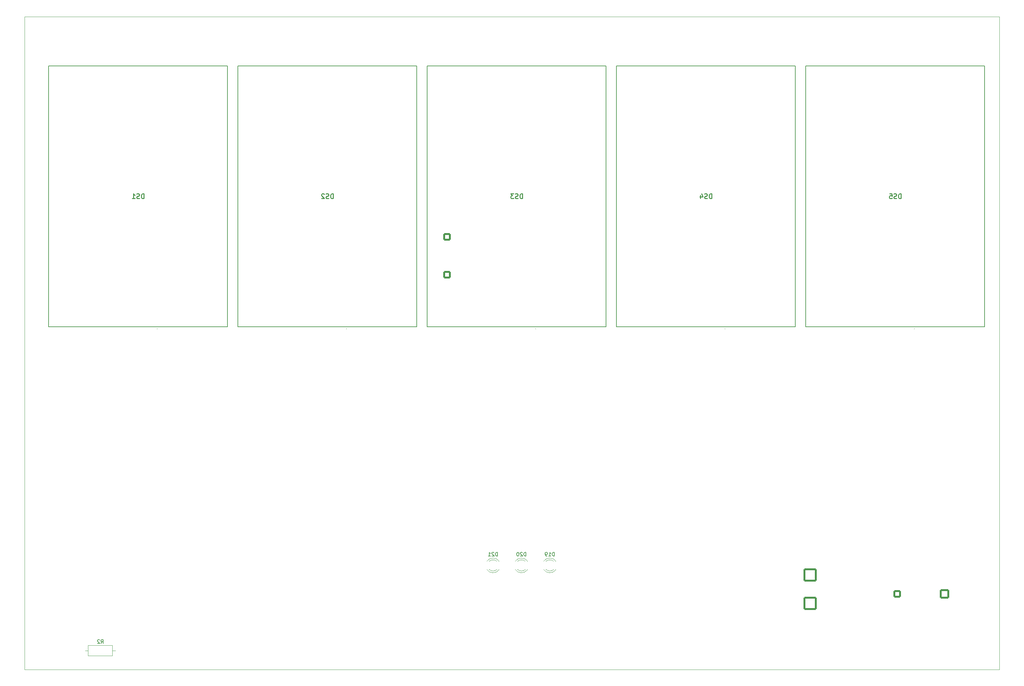
<source format=gbo>
G04 #@! TF.GenerationSoftware,KiCad,Pcbnew,(6.0.4)*
G04 #@! TF.CreationDate,2022-04-26T08:41:27+02:00*
G04 #@! TF.ProjectId,Kniffel_V1,4b6e6966-6665-46c5-9f56-312e6b696361,rev?*
G04 #@! TF.SameCoordinates,Original*
G04 #@! TF.FileFunction,Legend,Bot*
G04 #@! TF.FilePolarity,Positive*
%FSLAX46Y46*%
G04 Gerber Fmt 4.6, Leading zero omitted, Abs format (unit mm)*
G04 Created by KiCad (PCBNEW (6.0.4)) date 2022-04-26 08:41:27*
%MOMM*%
%LPD*%
G01*
G04 APERTURE LIST*
G04 Aperture macros list*
%AMRoundRect*
0 Rectangle with rounded corners*
0 $1 Rounding radius*
0 $2 $3 $4 $5 $6 $7 $8 $9 X,Y pos of 4 corners*
0 Add a 4 corners polygon primitive as box body*
4,1,4,$2,$3,$4,$5,$6,$7,$8,$9,$2,$3,0*
0 Add four circle primitives for the rounded corners*
1,1,$1+$1,$2,$3*
1,1,$1+$1,$4,$5*
1,1,$1+$1,$6,$7*
1,1,$1+$1,$8,$9*
0 Add four rect primitives between the rounded corners*
20,1,$1+$1,$2,$3,$4,$5,0*
20,1,$1+$1,$4,$5,$6,$7,0*
20,1,$1+$1,$6,$7,$8,$9,0*
20,1,$1+$1,$8,$9,$2,$3,0*%
G04 Aperture macros list end*
G04 #@! TA.AperFunction,Profile*
%ADD10C,0.100000*%
G04 #@! TD*
%ADD11C,0.150000*%
%ADD12C,0.254000*%
%ADD13C,0.120000*%
%ADD14C,0.100000*%
%ADD15C,0.200000*%
%ADD16C,1.600000*%
%ADD17O,1.600000X1.600000*%
%ADD18RoundRect,0.250002X-1.499998X-1.499998X1.499998X-1.499998X1.499998X1.499998X-1.499998X1.499998X0*%
%ADD19R,1.130000X1.130000*%
%ADD20C,1.130000*%
%ADD21RoundRect,0.250001X-0.799999X-0.799999X0.799999X-0.799999X0.799999X0.799999X-0.799999X0.799999X0*%
%ADD22C,2.100000*%
%ADD23R,2.400000X1.600000*%
%ADD24O,2.400000X1.600000*%
%ADD25R,2.200000X2.200000*%
%ADD26O,2.200000X2.200000*%
%ADD27R,1.600000X1.600000*%
%ADD28C,1.200000*%
%ADD29RoundRect,0.249999X-1.025001X-1.025001X1.025001X-1.025001X1.025001X1.025001X-1.025001X1.025001X0*%
%ADD30C,2.550000*%
%ADD31C,3.200000*%
%ADD32R,1.150000X1.150000*%
%ADD33C,1.150000*%
%ADD34R,1.500000X2.300000*%
%ADD35O,1.500000X2.300000*%
%ADD36R,1.275000X1.275000*%
%ADD37C,1.275000*%
%ADD38R,1.800000X1.800000*%
%ADD39C,1.800000*%
%ADD40R,1.500000X1.500000*%
%ADD41C,1.500000*%
G04 APERTURE END LIST*
D10*
X289560000Y-20320000D02*
X289560000Y-195580000D01*
X27940000Y-20320000D02*
X289560000Y-20320000D01*
X27940000Y-195580000D02*
X27940000Y-20320000D01*
X289560000Y-195580000D02*
X27940000Y-195580000D01*
X289560000Y-180340000D02*
X289560000Y-180340000D01*
D11*
X170124285Y-165132380D02*
X170124285Y-164132380D01*
X169886190Y-164132380D01*
X169743333Y-164180000D01*
X169648095Y-164275238D01*
X169600476Y-164370476D01*
X169552857Y-164560952D01*
X169552857Y-164703809D01*
X169600476Y-164894285D01*
X169648095Y-164989523D01*
X169743333Y-165084761D01*
X169886190Y-165132380D01*
X170124285Y-165132380D01*
X168600476Y-165132380D02*
X169171904Y-165132380D01*
X168886190Y-165132380D02*
X168886190Y-164132380D01*
X168981428Y-164275238D01*
X169076666Y-164370476D01*
X169171904Y-164418095D01*
X168124285Y-165132380D02*
X167933809Y-165132380D01*
X167838571Y-165084761D01*
X167790952Y-165037142D01*
X167695714Y-164894285D01*
X167648095Y-164703809D01*
X167648095Y-164322857D01*
X167695714Y-164227619D01*
X167743333Y-164180000D01*
X167838571Y-164132380D01*
X168029047Y-164132380D01*
X168124285Y-164180000D01*
X168171904Y-164227619D01*
X168219523Y-164322857D01*
X168219523Y-164560952D01*
X168171904Y-164656190D01*
X168124285Y-164703809D01*
X168029047Y-164751428D01*
X167838571Y-164751428D01*
X167743333Y-164703809D01*
X167695714Y-164656190D01*
X167648095Y-164560952D01*
X48426666Y-188582380D02*
X48760000Y-188106190D01*
X48998095Y-188582380D02*
X48998095Y-187582380D01*
X48617142Y-187582380D01*
X48521904Y-187630000D01*
X48474285Y-187677619D01*
X48426666Y-187772857D01*
X48426666Y-187915714D01*
X48474285Y-188010952D01*
X48521904Y-188058571D01*
X48617142Y-188106190D01*
X48998095Y-188106190D01*
X48045714Y-187677619D02*
X47998095Y-187630000D01*
X47902857Y-187582380D01*
X47664761Y-187582380D01*
X47569523Y-187630000D01*
X47521904Y-187677619D01*
X47474285Y-187772857D01*
X47474285Y-187868095D01*
X47521904Y-188010952D01*
X48093333Y-188582380D01*
X47474285Y-188582380D01*
X162504285Y-165132380D02*
X162504285Y-164132380D01*
X162266190Y-164132380D01*
X162123333Y-164180000D01*
X162028095Y-164275238D01*
X161980476Y-164370476D01*
X161932857Y-164560952D01*
X161932857Y-164703809D01*
X161980476Y-164894285D01*
X162028095Y-164989523D01*
X162123333Y-165084761D01*
X162266190Y-165132380D01*
X162504285Y-165132380D01*
X161551904Y-164227619D02*
X161504285Y-164180000D01*
X161409047Y-164132380D01*
X161170952Y-164132380D01*
X161075714Y-164180000D01*
X161028095Y-164227619D01*
X160980476Y-164322857D01*
X160980476Y-164418095D01*
X161028095Y-164560952D01*
X161599523Y-165132380D01*
X160980476Y-165132380D01*
X160361428Y-164132380D02*
X160266190Y-164132380D01*
X160170952Y-164180000D01*
X160123333Y-164227619D01*
X160075714Y-164322857D01*
X160028095Y-164513333D01*
X160028095Y-164751428D01*
X160075714Y-164941904D01*
X160123333Y-165037142D01*
X160170952Y-165084761D01*
X160266190Y-165132380D01*
X160361428Y-165132380D01*
X160456666Y-165084761D01*
X160504285Y-165037142D01*
X160551904Y-164941904D01*
X160599523Y-164751428D01*
X160599523Y-164513333D01*
X160551904Y-164322857D01*
X160504285Y-164227619D01*
X160456666Y-164180000D01*
X160361428Y-164132380D01*
D12*
X59962142Y-69154523D02*
X59962142Y-67884523D01*
X59659761Y-67884523D01*
X59478333Y-67945000D01*
X59357380Y-68065952D01*
X59296904Y-68186904D01*
X59236428Y-68428809D01*
X59236428Y-68610238D01*
X59296904Y-68852142D01*
X59357380Y-68973095D01*
X59478333Y-69094047D01*
X59659761Y-69154523D01*
X59962142Y-69154523D01*
X58752619Y-69094047D02*
X58571190Y-69154523D01*
X58268809Y-69154523D01*
X58147857Y-69094047D01*
X58087380Y-69033571D01*
X58026904Y-68912619D01*
X58026904Y-68791666D01*
X58087380Y-68670714D01*
X58147857Y-68610238D01*
X58268809Y-68549761D01*
X58510714Y-68489285D01*
X58631666Y-68428809D01*
X58692142Y-68368333D01*
X58752619Y-68247380D01*
X58752619Y-68126428D01*
X58692142Y-68005476D01*
X58631666Y-67945000D01*
X58510714Y-67884523D01*
X58208333Y-67884523D01*
X58026904Y-67945000D01*
X56817380Y-69154523D02*
X57543095Y-69154523D01*
X57180238Y-69154523D02*
X57180238Y-67884523D01*
X57301190Y-68065952D01*
X57422142Y-68186904D01*
X57543095Y-68247380D01*
D11*
X154884285Y-165132380D02*
X154884285Y-164132380D01*
X154646190Y-164132380D01*
X154503333Y-164180000D01*
X154408095Y-164275238D01*
X154360476Y-164370476D01*
X154312857Y-164560952D01*
X154312857Y-164703809D01*
X154360476Y-164894285D01*
X154408095Y-164989523D01*
X154503333Y-165084761D01*
X154646190Y-165132380D01*
X154884285Y-165132380D01*
X153931904Y-164227619D02*
X153884285Y-164180000D01*
X153789047Y-164132380D01*
X153550952Y-164132380D01*
X153455714Y-164180000D01*
X153408095Y-164227619D01*
X153360476Y-164322857D01*
X153360476Y-164418095D01*
X153408095Y-164560952D01*
X153979523Y-165132380D01*
X153360476Y-165132380D01*
X152408095Y-165132380D02*
X152979523Y-165132380D01*
X152693809Y-165132380D02*
X152693809Y-164132380D01*
X152789047Y-164275238D01*
X152884285Y-164370476D01*
X152979523Y-164418095D01*
D12*
X110762142Y-69154523D02*
X110762142Y-67884523D01*
X110459761Y-67884523D01*
X110278333Y-67945000D01*
X110157380Y-68065952D01*
X110096904Y-68186904D01*
X110036428Y-68428809D01*
X110036428Y-68610238D01*
X110096904Y-68852142D01*
X110157380Y-68973095D01*
X110278333Y-69094047D01*
X110459761Y-69154523D01*
X110762142Y-69154523D01*
X109552619Y-69094047D02*
X109371190Y-69154523D01*
X109068809Y-69154523D01*
X108947857Y-69094047D01*
X108887380Y-69033571D01*
X108826904Y-68912619D01*
X108826904Y-68791666D01*
X108887380Y-68670714D01*
X108947857Y-68610238D01*
X109068809Y-68549761D01*
X109310714Y-68489285D01*
X109431666Y-68428809D01*
X109492142Y-68368333D01*
X109552619Y-68247380D01*
X109552619Y-68126428D01*
X109492142Y-68005476D01*
X109431666Y-67945000D01*
X109310714Y-67884523D01*
X109008333Y-67884523D01*
X108826904Y-67945000D01*
X108343095Y-68005476D02*
X108282619Y-67945000D01*
X108161666Y-67884523D01*
X107859285Y-67884523D01*
X107738333Y-67945000D01*
X107677857Y-68005476D01*
X107617380Y-68126428D01*
X107617380Y-68247380D01*
X107677857Y-68428809D01*
X108403571Y-69154523D01*
X107617380Y-69154523D01*
X212362142Y-69154523D02*
X212362142Y-67884523D01*
X212059761Y-67884523D01*
X211878333Y-67945000D01*
X211757380Y-68065952D01*
X211696904Y-68186904D01*
X211636428Y-68428809D01*
X211636428Y-68610238D01*
X211696904Y-68852142D01*
X211757380Y-68973095D01*
X211878333Y-69094047D01*
X212059761Y-69154523D01*
X212362142Y-69154523D01*
X211152619Y-69094047D02*
X210971190Y-69154523D01*
X210668809Y-69154523D01*
X210547857Y-69094047D01*
X210487380Y-69033571D01*
X210426904Y-68912619D01*
X210426904Y-68791666D01*
X210487380Y-68670714D01*
X210547857Y-68610238D01*
X210668809Y-68549761D01*
X210910714Y-68489285D01*
X211031666Y-68428809D01*
X211092142Y-68368333D01*
X211152619Y-68247380D01*
X211152619Y-68126428D01*
X211092142Y-68005476D01*
X211031666Y-67945000D01*
X210910714Y-67884523D01*
X210608333Y-67884523D01*
X210426904Y-67945000D01*
X209338333Y-68307857D02*
X209338333Y-69154523D01*
X209640714Y-67824047D02*
X209943095Y-68731190D01*
X209156904Y-68731190D01*
X263162142Y-69154523D02*
X263162142Y-67884523D01*
X262859761Y-67884523D01*
X262678333Y-67945000D01*
X262557380Y-68065952D01*
X262496904Y-68186904D01*
X262436428Y-68428809D01*
X262436428Y-68610238D01*
X262496904Y-68852142D01*
X262557380Y-68973095D01*
X262678333Y-69094047D01*
X262859761Y-69154523D01*
X263162142Y-69154523D01*
X261952619Y-69094047D02*
X261771190Y-69154523D01*
X261468809Y-69154523D01*
X261347857Y-69094047D01*
X261287380Y-69033571D01*
X261226904Y-68912619D01*
X261226904Y-68791666D01*
X261287380Y-68670714D01*
X261347857Y-68610238D01*
X261468809Y-68549761D01*
X261710714Y-68489285D01*
X261831666Y-68428809D01*
X261892142Y-68368333D01*
X261952619Y-68247380D01*
X261952619Y-68126428D01*
X261892142Y-68005476D01*
X261831666Y-67945000D01*
X261710714Y-67884523D01*
X261408333Y-67884523D01*
X261226904Y-67945000D01*
X260077857Y-67884523D02*
X260682619Y-67884523D01*
X260743095Y-68489285D01*
X260682619Y-68428809D01*
X260561666Y-68368333D01*
X260259285Y-68368333D01*
X260138333Y-68428809D01*
X260077857Y-68489285D01*
X260017380Y-68610238D01*
X260017380Y-68912619D01*
X260077857Y-69033571D01*
X260138333Y-69094047D01*
X260259285Y-69154523D01*
X260561666Y-69154523D01*
X260682619Y-69094047D01*
X260743095Y-69033571D01*
X161562142Y-69154523D02*
X161562142Y-67884523D01*
X161259761Y-67884523D01*
X161078333Y-67945000D01*
X160957380Y-68065952D01*
X160896904Y-68186904D01*
X160836428Y-68428809D01*
X160836428Y-68610238D01*
X160896904Y-68852142D01*
X160957380Y-68973095D01*
X161078333Y-69094047D01*
X161259761Y-69154523D01*
X161562142Y-69154523D01*
X160352619Y-69094047D02*
X160171190Y-69154523D01*
X159868809Y-69154523D01*
X159747857Y-69094047D01*
X159687380Y-69033571D01*
X159626904Y-68912619D01*
X159626904Y-68791666D01*
X159687380Y-68670714D01*
X159747857Y-68610238D01*
X159868809Y-68549761D01*
X160110714Y-68489285D01*
X160231666Y-68428809D01*
X160292142Y-68368333D01*
X160352619Y-68247380D01*
X160352619Y-68126428D01*
X160292142Y-68005476D01*
X160231666Y-67945000D01*
X160110714Y-67884523D01*
X159808333Y-67884523D01*
X159626904Y-67945000D01*
X159203571Y-67884523D02*
X158417380Y-67884523D01*
X158840714Y-68368333D01*
X158659285Y-68368333D01*
X158538333Y-68428809D01*
X158477857Y-68489285D01*
X158417380Y-68610238D01*
X158417380Y-68912619D01*
X158477857Y-69033571D01*
X158538333Y-69094047D01*
X158659285Y-69154523D01*
X159022142Y-69154523D01*
X159143095Y-69094047D01*
X159203571Y-69033571D01*
D13*
X170470000Y-166404000D02*
X170470000Y-166560000D01*
X170470000Y-168720000D02*
X170470000Y-168876000D01*
X170470000Y-166404484D02*
G75*
G03*
X167237665Y-166561392I-1560000J-1235516D01*
G01*
X169950961Y-166560000D02*
G75*
G03*
X167868870Y-166560163I-1040961J-1080000D01*
G01*
X167237665Y-168718608D02*
G75*
G03*
X170470000Y-168875516I1672335J1078608D01*
G01*
X167868870Y-168719837D02*
G75*
G03*
X169950961Y-168720000I1041130J1079837D01*
G01*
X44990000Y-189130000D02*
X51530000Y-189130000D01*
X44990000Y-191870000D02*
X44990000Y-189130000D01*
X51530000Y-189130000D02*
X51530000Y-191870000D01*
X52300000Y-190500000D02*
X51530000Y-190500000D01*
X44220000Y-190500000D02*
X44990000Y-190500000D01*
X51530000Y-191870000D02*
X44990000Y-191870000D01*
X162850000Y-166404000D02*
X162850000Y-166560000D01*
X162850000Y-168720000D02*
X162850000Y-168876000D01*
X160248870Y-168719837D02*
G75*
G03*
X162330961Y-168720000I1041130J1079837D01*
G01*
X159617665Y-168718608D02*
G75*
G03*
X162850000Y-168875516I1672335J1078608D01*
G01*
X162850000Y-166404484D02*
G75*
G03*
X159617665Y-166561392I-1560000J-1235516D01*
G01*
X162330961Y-166560000D02*
G75*
G03*
X160248870Y-166560163I-1040961J-1080000D01*
G01*
D14*
X63500000Y-104030000D02*
X63500000Y-104030000D01*
D15*
X82420000Y-33580000D02*
X82420000Y-103580000D01*
X34420000Y-33580000D02*
X82420000Y-33580000D01*
X82420000Y-103580000D02*
X34420000Y-103580000D01*
X34420000Y-103580000D02*
X34420000Y-33580000D01*
D14*
X63500000Y-104130000D02*
X63500000Y-104130000D01*
X63500000Y-104130000D02*
G75*
G03*
X63500000Y-104030000I0J50000D01*
G01*
X63500000Y-104030000D02*
G75*
G03*
X63500000Y-104130000I0J-50000D01*
G01*
D13*
X155230000Y-166404000D02*
X155230000Y-166560000D01*
X155230000Y-168720000D02*
X155230000Y-168876000D01*
X154710961Y-166560000D02*
G75*
G03*
X152628870Y-166560163I-1040961J-1080000D01*
G01*
X155230000Y-166404484D02*
G75*
G03*
X151997665Y-166561392I-1560000J-1235516D01*
G01*
X152628870Y-168719837D02*
G75*
G03*
X154710961Y-168720000I1041130J1079837D01*
G01*
X151997665Y-168718608D02*
G75*
G03*
X155230000Y-168875516I1672335J1078608D01*
G01*
D15*
X85220000Y-103580000D02*
X85220000Y-33580000D01*
X85220000Y-33580000D02*
X133220000Y-33580000D01*
X133220000Y-33580000D02*
X133220000Y-103580000D01*
D14*
X114300000Y-104030000D02*
X114300000Y-104030000D01*
X114300000Y-104130000D02*
X114300000Y-104130000D01*
D15*
X133220000Y-103580000D02*
X85220000Y-103580000D01*
D14*
X114300000Y-104130000D02*
G75*
G03*
X114300000Y-104030000I0J50000D01*
G01*
X114300000Y-104030000D02*
G75*
G03*
X114300000Y-104130000I0J-50000D01*
G01*
X215900000Y-104030000D02*
X215900000Y-104030000D01*
D15*
X234820000Y-103580000D02*
X186820000Y-103580000D01*
X234820000Y-33580000D02*
X234820000Y-103580000D01*
X186820000Y-103580000D02*
X186820000Y-33580000D01*
X186820000Y-33580000D02*
X234820000Y-33580000D01*
D14*
X215900000Y-104130000D02*
X215900000Y-104130000D01*
X215900000Y-104130000D02*
G75*
G03*
X215900000Y-104030000I0J50000D01*
G01*
X215900000Y-104030000D02*
G75*
G03*
X215900000Y-104130000I0J-50000D01*
G01*
D15*
X285620000Y-103580000D02*
X237620000Y-103580000D01*
D14*
X266700000Y-104130000D02*
X266700000Y-104130000D01*
D15*
X285620000Y-33580000D02*
X285620000Y-103580000D01*
X237620000Y-33580000D02*
X285620000Y-33580000D01*
D14*
X266700000Y-104030000D02*
X266700000Y-104030000D01*
D15*
X237620000Y-103580000D02*
X237620000Y-33580000D01*
D14*
X266700000Y-104030000D02*
G75*
G03*
X266700000Y-104130000I0J-50000D01*
G01*
X266700000Y-104130000D02*
G75*
G03*
X266700000Y-104030000I0J50000D01*
G01*
D15*
X136020000Y-33580000D02*
X184020000Y-33580000D01*
X184020000Y-103580000D02*
X136020000Y-103580000D01*
X136020000Y-103580000D02*
X136020000Y-33580000D01*
X184020000Y-33580000D02*
X184020000Y-103580000D01*
D14*
X165100000Y-104030000D02*
X165100000Y-104030000D01*
X165100000Y-104130000D02*
X165100000Y-104130000D01*
X165100000Y-104130000D02*
G75*
G03*
X165100000Y-104030000I0J50000D01*
G01*
X165100000Y-104030000D02*
G75*
G03*
X165100000Y-104130000I0J-50000D01*
G01*
%LPC*%
D16*
X152155000Y-60370000D03*
D17*
X162315000Y-60370000D03*
D16*
X66650000Y-64050000D03*
D17*
X76810000Y-64050000D03*
D16*
X93980000Y-116840000D03*
D17*
X93980000Y-106680000D03*
D18*
X238760000Y-170180000D03*
D16*
X185420000Y-134620000D03*
D17*
X195580000Y-134620000D03*
D16*
X106680000Y-116840000D03*
D17*
X106680000Y-106680000D03*
D19*
X87470000Y-123190000D03*
D20*
X87470000Y-125730000D03*
X87470000Y-128270000D03*
X87470000Y-130810000D03*
X87470000Y-133350000D03*
X87470000Y-135890000D03*
X87470000Y-138430000D03*
X87470000Y-140970000D03*
X95410000Y-140970000D03*
X95410000Y-138430000D03*
X95410000Y-135890000D03*
X95410000Y-133350000D03*
X95410000Y-130810000D03*
X95410000Y-128270000D03*
X95410000Y-125730000D03*
X95410000Y-123190000D03*
D21*
X141305000Y-89570000D03*
D22*
X145905000Y-89570000D03*
D16*
X101600000Y-157480000D03*
D17*
X101600000Y-147320000D03*
D23*
X100315000Y-121930000D03*
D24*
X100315000Y-124470000D03*
X100315000Y-127010000D03*
X100315000Y-129550000D03*
X100315000Y-132090000D03*
X100315000Y-134630000D03*
X100315000Y-137170000D03*
X100315000Y-139710000D03*
X100315000Y-142250000D03*
X107935000Y-142250000D03*
X107935000Y-139710000D03*
X107935000Y-137170000D03*
X107935000Y-134630000D03*
X107935000Y-132090000D03*
X107935000Y-129550000D03*
X107935000Y-127010000D03*
X107935000Y-124470000D03*
X107935000Y-121930000D03*
D21*
X141305000Y-79410000D03*
D22*
X145905000Y-79410000D03*
D16*
X266700000Y-134620000D03*
D17*
X266700000Y-124460000D03*
D16*
X58420000Y-157480000D03*
D17*
X68580000Y-157480000D03*
D16*
X147320000Y-177800000D03*
D17*
X157480000Y-177800000D03*
D16*
X53340000Y-76200000D03*
D17*
X63500000Y-76200000D03*
D16*
X103895000Y-62430000D03*
D17*
X114055000Y-62430000D03*
D16*
X165100000Y-137160000D03*
D17*
X165100000Y-127000000D03*
D16*
X66040000Y-116840000D03*
D17*
X66040000Y-106680000D03*
D16*
X215900000Y-134620000D03*
D17*
X215900000Y-124460000D03*
D16*
X58420000Y-149860000D03*
D17*
X68580000Y-149860000D03*
D25*
X114300000Y-182880000D03*
D26*
X124460000Y-182880000D03*
D19*
X130810000Y-115730000D03*
D20*
X133350000Y-115730000D03*
X135890000Y-115730000D03*
X138430000Y-115730000D03*
X140970000Y-115730000D03*
X143510000Y-115730000D03*
X146050000Y-115730000D03*
X148590000Y-115730000D03*
X148590000Y-107790000D03*
X146050000Y-107790000D03*
X143510000Y-107790000D03*
X140970000Y-107790000D03*
X138430000Y-107790000D03*
X135890000Y-107790000D03*
X133350000Y-107790000D03*
X130810000Y-107790000D03*
D27*
X120660000Y-148600000D03*
D17*
X120660000Y-151140000D03*
X120660000Y-153680000D03*
X120660000Y-156220000D03*
X128280000Y-156220000D03*
X128280000Y-153680000D03*
X128280000Y-151140000D03*
X128280000Y-148600000D03*
D28*
X66040000Y-167640000D03*
X71040000Y-167640000D03*
D25*
X200660000Y-124460000D03*
D26*
X210820000Y-124460000D03*
D19*
X232410000Y-115730000D03*
D20*
X234950000Y-115730000D03*
X237490000Y-115730000D03*
X240030000Y-115730000D03*
X242570000Y-115730000D03*
X245110000Y-115730000D03*
X247650000Y-115730000D03*
X250190000Y-115730000D03*
X250190000Y-107790000D03*
X247650000Y-107790000D03*
X245110000Y-107790000D03*
X242570000Y-107790000D03*
X240030000Y-107790000D03*
X237490000Y-107790000D03*
X234950000Y-107790000D03*
X232410000Y-107790000D03*
D16*
X152155000Y-56320000D03*
D17*
X162315000Y-56320000D03*
D25*
X256540000Y-162560000D03*
D26*
X246380000Y-162560000D03*
D19*
X31590000Y-123190000D03*
D20*
X31590000Y-125730000D03*
X31590000Y-128270000D03*
X31590000Y-130810000D03*
X31590000Y-133350000D03*
X31590000Y-135890000D03*
X31590000Y-138430000D03*
X31590000Y-140970000D03*
X39530000Y-140970000D03*
X39530000Y-138430000D03*
X39530000Y-135890000D03*
X39530000Y-133350000D03*
X39530000Y-130810000D03*
X39530000Y-128270000D03*
X39530000Y-125730000D03*
X39530000Y-123190000D03*
D25*
X30480000Y-160020000D03*
D26*
X40640000Y-160020000D03*
D27*
X186700000Y-120660000D03*
D17*
X186700000Y-123200000D03*
X186700000Y-125740000D03*
X186700000Y-128280000D03*
X194320000Y-128280000D03*
X194320000Y-125740000D03*
X194320000Y-123200000D03*
X194320000Y-120660000D03*
D29*
X274880000Y-175260000D03*
D30*
X279680000Y-175260000D03*
X284480000Y-175260000D03*
D28*
X271780000Y-152400000D03*
X276780000Y-152400000D03*
D31*
X33020000Y-182880000D03*
D16*
X50800000Y-116840000D03*
D17*
X50800000Y-106680000D03*
D25*
X149860000Y-137160000D03*
D26*
X160020000Y-137160000D03*
D19*
X82550000Y-171610000D03*
D20*
X85090000Y-171610000D03*
X87630000Y-171610000D03*
X90170000Y-171610000D03*
X92710000Y-171610000D03*
X95250000Y-171610000D03*
X97790000Y-171610000D03*
X100330000Y-171610000D03*
X100330000Y-163670000D03*
X97790000Y-163670000D03*
X95250000Y-163670000D03*
X92710000Y-163670000D03*
X90170000Y-163670000D03*
X87630000Y-163670000D03*
X85090000Y-163670000D03*
X82550000Y-163670000D03*
D25*
X83820000Y-157480000D03*
D26*
X93980000Y-157480000D03*
D16*
X101600000Y-116840000D03*
D17*
X101600000Y-106680000D03*
D23*
X140955000Y-48270000D03*
D24*
X140955000Y-50810000D03*
X140955000Y-53350000D03*
X140955000Y-55890000D03*
X140955000Y-58430000D03*
X140955000Y-60970000D03*
X140955000Y-63510000D03*
X140955000Y-66050000D03*
X140955000Y-68590000D03*
X148575000Y-68590000D03*
X148575000Y-66050000D03*
X148575000Y-63510000D03*
X148575000Y-60970000D03*
X148575000Y-58430000D03*
X148575000Y-55890000D03*
X148575000Y-53350000D03*
X148575000Y-50810000D03*
X148575000Y-48270000D03*
D16*
X121920000Y-134620000D03*
D17*
X121920000Y-124460000D03*
D16*
X116840000Y-116840000D03*
D17*
X116840000Y-106680000D03*
D31*
X284480000Y-182880000D03*
D19*
X171290000Y-123190000D03*
D20*
X171290000Y-125730000D03*
X171290000Y-128270000D03*
X171290000Y-130810000D03*
X171290000Y-133350000D03*
X171290000Y-135890000D03*
X171290000Y-138430000D03*
X171290000Y-140970000D03*
X179230000Y-140970000D03*
X179230000Y-138430000D03*
X179230000Y-135890000D03*
X179230000Y-133350000D03*
X179230000Y-130810000D03*
X179230000Y-128270000D03*
X179230000Y-125730000D03*
X179230000Y-123190000D03*
D16*
X66650000Y-68100000D03*
D17*
X76810000Y-68100000D03*
D16*
X172720000Y-116840000D03*
D17*
X172720000Y-106680000D03*
D16*
X116840000Y-134620000D03*
D17*
X116840000Y-124460000D03*
D16*
X103895000Y-70530000D03*
D17*
X114055000Y-70530000D03*
D16*
X165465000Y-56320000D03*
D17*
X175625000Y-56320000D03*
D16*
X103895000Y-66480000D03*
D17*
X114055000Y-66480000D03*
D16*
X117205000Y-66480000D03*
D17*
X127365000Y-66480000D03*
D25*
X251460000Y-134620000D03*
D26*
X261620000Y-134620000D03*
D23*
X92695000Y-58430000D03*
D24*
X92695000Y-60970000D03*
X92695000Y-63510000D03*
X92695000Y-66050000D03*
X92695000Y-68590000D03*
X92695000Y-71130000D03*
X92695000Y-73670000D03*
X92695000Y-76210000D03*
X92695000Y-78750000D03*
X100315000Y-78750000D03*
X100315000Y-76210000D03*
X100315000Y-73670000D03*
X100315000Y-71130000D03*
X100315000Y-68590000D03*
X100315000Y-66050000D03*
X100315000Y-63510000D03*
X100315000Y-60970000D03*
X100315000Y-58430000D03*
D18*
X238760000Y-177800000D03*
D32*
X264160000Y-165100000D03*
D33*
X266160000Y-165100000D03*
D16*
X103895000Y-58380000D03*
D17*
X114055000Y-58380000D03*
D16*
X165465000Y-52270000D03*
D17*
X175625000Y-52270000D03*
D32*
X55880000Y-167640000D03*
D33*
X57880000Y-167640000D03*
D16*
X152155000Y-52270000D03*
D17*
X162315000Y-52270000D03*
D16*
X160020000Y-177800000D03*
D17*
X170180000Y-177800000D03*
D27*
X58450000Y-176530000D03*
D16*
X55910000Y-176530000D03*
X53370000Y-176530000D03*
X50830000Y-176530000D03*
X48290000Y-176530000D03*
X45750000Y-176530000D03*
X43210000Y-176530000D03*
X43210000Y-184150000D03*
X45750000Y-184150000D03*
X48290000Y-184150000D03*
X50830000Y-184150000D03*
X53370000Y-184150000D03*
X55910000Y-184150000D03*
X58450000Y-184150000D03*
X117205000Y-62430000D03*
D17*
X127365000Y-62430000D03*
D25*
X149860000Y-127000000D03*
D26*
X160020000Y-127000000D03*
D27*
X90185000Y-184140000D03*
D17*
X92725000Y-184140000D03*
X95265000Y-184140000D03*
X97805000Y-184140000D03*
X100345000Y-184140000D03*
X102885000Y-184140000D03*
X105425000Y-184140000D03*
X107965000Y-184140000D03*
X107965000Y-176520000D03*
X105425000Y-176520000D03*
X102885000Y-176520000D03*
X100345000Y-176520000D03*
X97805000Y-176520000D03*
X95265000Y-176520000D03*
X92725000Y-176520000D03*
X90185000Y-176520000D03*
D16*
X134620000Y-165100000D03*
D17*
X144780000Y-165100000D03*
D25*
X83820000Y-152400000D03*
D26*
X93980000Y-152400000D03*
D16*
X274320000Y-124460000D03*
D17*
X274320000Y-134620000D03*
D31*
X33020000Y-25400000D03*
D16*
X33020000Y-116840000D03*
D17*
X33020000Y-106680000D03*
D25*
X200660000Y-134620000D03*
D26*
X210820000Y-134620000D03*
D16*
X220980000Y-177800000D03*
D17*
X231140000Y-177800000D03*
D27*
X59700000Y-135900000D03*
D17*
X59700000Y-138440000D03*
X59700000Y-140980000D03*
X59700000Y-143520000D03*
X67320000Y-143520000D03*
X67320000Y-140980000D03*
X67320000Y-138440000D03*
X67320000Y-135900000D03*
D25*
X30480000Y-154940000D03*
D26*
X40640000Y-154940000D03*
D19*
X31750000Y-171610000D03*
D20*
X34290000Y-171610000D03*
X36830000Y-171610000D03*
X39370000Y-171610000D03*
X41910000Y-171610000D03*
X44450000Y-171610000D03*
X46990000Y-171610000D03*
X49530000Y-171610000D03*
X49530000Y-163670000D03*
X46990000Y-163670000D03*
X44450000Y-163670000D03*
X41910000Y-163670000D03*
X39370000Y-163670000D03*
X36830000Y-163670000D03*
X34290000Y-163670000D03*
X31750000Y-163670000D03*
D16*
X60960000Y-116840000D03*
D17*
X60960000Y-106680000D03*
D16*
X134620000Y-160020000D03*
D17*
X144780000Y-160020000D03*
D32*
X210820000Y-149860000D03*
D33*
X212820000Y-149860000D03*
D16*
X281940000Y-124460000D03*
D17*
X281940000Y-134620000D03*
D32*
X261620000Y-152400000D03*
D33*
X263620000Y-152400000D03*
D16*
X53340000Y-80250000D03*
D17*
X63500000Y-80250000D03*
D16*
X58420000Y-132080000D03*
D17*
X58420000Y-121920000D03*
D16*
X53340000Y-72150000D03*
D17*
X63500000Y-72150000D03*
D16*
X177800000Y-116840000D03*
D17*
X177800000Y-106680000D03*
D23*
X41285000Y-61570000D03*
D24*
X41285000Y-64110000D03*
X41285000Y-66650000D03*
X41285000Y-69190000D03*
X41285000Y-71730000D03*
X41285000Y-74270000D03*
X41285000Y-76810000D03*
X41285000Y-79350000D03*
X41285000Y-81890000D03*
X48905000Y-81890000D03*
X48905000Y-79350000D03*
X48905000Y-76810000D03*
X48905000Y-74270000D03*
X48905000Y-71730000D03*
X48905000Y-69190000D03*
X48905000Y-66650000D03*
X48905000Y-64110000D03*
X48905000Y-61570000D03*
D16*
X281940000Y-109220000D03*
D17*
X281940000Y-119380000D03*
D16*
X40640000Y-116840000D03*
D17*
X40640000Y-106680000D03*
D16*
X172720000Y-185420000D03*
D17*
X172720000Y-175260000D03*
D16*
X111760000Y-116840000D03*
D17*
X111760000Y-106680000D03*
D19*
X186690000Y-153830000D03*
D20*
X189230000Y-153830000D03*
X191770000Y-153830000D03*
X194310000Y-153830000D03*
X196850000Y-153830000D03*
X199390000Y-153830000D03*
X201930000Y-153830000D03*
X204470000Y-153830000D03*
X204470000Y-145890000D03*
X201930000Y-145890000D03*
X199390000Y-145890000D03*
X196850000Y-145890000D03*
X194310000Y-145890000D03*
X191770000Y-145890000D03*
X189230000Y-145890000D03*
X186690000Y-145890000D03*
D19*
X212090000Y-171610000D03*
D20*
X214630000Y-171610000D03*
X217170000Y-171610000D03*
X219710000Y-171610000D03*
X222250000Y-171610000D03*
X224790000Y-171610000D03*
X227330000Y-171610000D03*
X229870000Y-171610000D03*
X229870000Y-163670000D03*
X227330000Y-163670000D03*
X224790000Y-163670000D03*
X222250000Y-163670000D03*
X219710000Y-163670000D03*
X217170000Y-163670000D03*
X214630000Y-163670000D03*
X212090000Y-163670000D03*
D34*
X274320000Y-162560000D03*
D35*
X276860000Y-162560000D03*
X279400000Y-162560000D03*
D25*
X251460000Y-129540000D03*
D26*
X261620000Y-129540000D03*
D21*
X262100000Y-175260000D03*
D22*
X266700000Y-175260000D03*
D19*
X181610000Y-115730000D03*
D20*
X184150000Y-115730000D03*
X186690000Y-115730000D03*
X189230000Y-115730000D03*
X191770000Y-115730000D03*
X194310000Y-115730000D03*
X196850000Y-115730000D03*
X199390000Y-115730000D03*
X199390000Y-107790000D03*
X196850000Y-107790000D03*
X194310000Y-107790000D03*
X191770000Y-107790000D03*
X189230000Y-107790000D03*
X186690000Y-107790000D03*
X184150000Y-107790000D03*
X181610000Y-107790000D03*
D27*
X237500000Y-120660000D03*
D17*
X237500000Y-123200000D03*
X237500000Y-125740000D03*
X237500000Y-128280000D03*
X245120000Y-128280000D03*
X245120000Y-125740000D03*
X245120000Y-123200000D03*
X245120000Y-120660000D03*
D27*
X66010000Y-184150000D03*
D16*
X68550000Y-184150000D03*
X71090000Y-184150000D03*
X73630000Y-184150000D03*
X76170000Y-184150000D03*
X78710000Y-184150000D03*
X81250000Y-184150000D03*
X81250000Y-176530000D03*
X78710000Y-176530000D03*
X76170000Y-176530000D03*
X73630000Y-176530000D03*
X71090000Y-176530000D03*
X68550000Y-176530000D03*
X66010000Y-176530000D03*
D28*
X121920000Y-165100000D03*
X126920000Y-165100000D03*
D25*
X30480000Y-149860000D03*
D26*
X40640000Y-149860000D03*
D16*
X53340000Y-149860000D03*
D17*
X53340000Y-160020000D03*
D28*
X170180000Y-149860000D03*
X175180000Y-149860000D03*
D16*
X45720000Y-116840000D03*
D17*
X45720000Y-106680000D03*
D16*
X236220000Y-134620000D03*
D17*
X246380000Y-134620000D03*
D32*
X160560000Y-149860000D03*
D33*
X162560000Y-149860000D03*
D25*
X251460000Y-124460000D03*
D26*
X261620000Y-124460000D03*
D16*
X134620000Y-170180000D03*
D17*
X144780000Y-170180000D03*
D27*
X205770000Y-166370000D03*
D16*
X203230000Y-166370000D03*
X200690000Y-166370000D03*
X198150000Y-166370000D03*
X195610000Y-166370000D03*
X193070000Y-166370000D03*
X190530000Y-166370000D03*
X190530000Y-173990000D03*
X193070000Y-173990000D03*
X195610000Y-173990000D03*
X198150000Y-173990000D03*
X200690000Y-173990000D03*
X203230000Y-173990000D03*
X205770000Y-173990000D03*
X53340000Y-68100000D03*
D17*
X63500000Y-68100000D03*
D19*
X72230000Y-120650000D03*
D20*
X72230000Y-123190000D03*
X72230000Y-125730000D03*
X72230000Y-128270000D03*
X72230000Y-130810000D03*
X72230000Y-133350000D03*
X72230000Y-135890000D03*
X72230000Y-138430000D03*
X80170000Y-138430000D03*
X80170000Y-135890000D03*
X80170000Y-133350000D03*
X80170000Y-130810000D03*
X80170000Y-128270000D03*
X80170000Y-125730000D03*
X80170000Y-123190000D03*
X80170000Y-120650000D03*
D16*
X236220000Y-139700000D03*
D17*
X246380000Y-139700000D03*
D32*
X109220000Y-165100000D03*
D33*
X111220000Y-165100000D03*
D16*
X66650000Y-72150000D03*
D17*
X76810000Y-72150000D03*
D25*
X83820000Y-147320000D03*
D26*
X93980000Y-147320000D03*
D16*
X63500000Y-132080000D03*
D17*
X63500000Y-121920000D03*
D16*
X231140000Y-134620000D03*
D17*
X231140000Y-124460000D03*
D16*
X223520000Y-134620000D03*
D17*
X223520000Y-124460000D03*
D25*
X200660000Y-129540000D03*
D26*
X210820000Y-129540000D03*
D16*
X117205000Y-58380000D03*
D17*
X127365000Y-58380000D03*
D36*
X248920000Y-172720000D03*
D37*
X253920000Y-172720000D03*
D16*
X127000000Y-132080000D03*
D17*
X127000000Y-142240000D03*
D16*
X165465000Y-48220000D03*
D17*
X175625000Y-48220000D03*
D16*
X55880000Y-116840000D03*
D17*
X55880000Y-106680000D03*
D28*
X220980000Y-149860000D03*
X225980000Y-149860000D03*
D16*
X53340000Y-64050000D03*
D17*
X63500000Y-64050000D03*
D16*
X134620000Y-134620000D03*
D17*
X144780000Y-134620000D03*
D16*
X185420000Y-139700000D03*
D17*
X195580000Y-139700000D03*
D16*
X134620000Y-139700000D03*
D17*
X144780000Y-139700000D03*
D25*
X149860000Y-132080000D03*
D26*
X160020000Y-132080000D03*
D19*
X237490000Y-156370000D03*
D20*
X240030000Y-156370000D03*
X242570000Y-156370000D03*
X245110000Y-156370000D03*
X247650000Y-156370000D03*
X250190000Y-156370000D03*
X252730000Y-156370000D03*
X255270000Y-156370000D03*
X255270000Y-148430000D03*
X252730000Y-148430000D03*
X250190000Y-148430000D03*
X247650000Y-148430000D03*
X245110000Y-148430000D03*
X242570000Y-148430000D03*
X240030000Y-148430000D03*
X237490000Y-148430000D03*
D23*
X44435000Y-121930000D03*
D24*
X44435000Y-124470000D03*
X44435000Y-127010000D03*
X44435000Y-129550000D03*
X44435000Y-132090000D03*
X44435000Y-134630000D03*
X44435000Y-137170000D03*
X44435000Y-139710000D03*
X44435000Y-142250000D03*
X52055000Y-142250000D03*
X52055000Y-139710000D03*
X52055000Y-137170000D03*
X52055000Y-134630000D03*
X52055000Y-132090000D03*
X52055000Y-129550000D03*
X52055000Y-127010000D03*
X52055000Y-124470000D03*
X52055000Y-121930000D03*
D16*
X152155000Y-48220000D03*
D17*
X162315000Y-48220000D03*
D31*
X284480000Y-25400000D03*
D16*
X103895000Y-74580000D03*
D17*
X114055000Y-74580000D03*
D19*
X135890000Y-153830000D03*
D20*
X138430000Y-153830000D03*
X140970000Y-153830000D03*
X143510000Y-153830000D03*
X146050000Y-153830000D03*
X148590000Y-153830000D03*
X151130000Y-153830000D03*
X153670000Y-153830000D03*
X153670000Y-145890000D03*
X151130000Y-145890000D03*
X148590000Y-145890000D03*
X146050000Y-145890000D03*
X143510000Y-145890000D03*
X140970000Y-145890000D03*
X138430000Y-145890000D03*
X135890000Y-145890000D03*
D25*
X114300000Y-177800000D03*
D26*
X124460000Y-177800000D03*
D27*
X135900000Y-120660000D03*
D17*
X135900000Y-123200000D03*
X135900000Y-125740000D03*
X135900000Y-128280000D03*
X143520000Y-128280000D03*
X143520000Y-125740000D03*
X143520000Y-123200000D03*
X143520000Y-120660000D03*
D16*
X152155000Y-64420000D03*
D17*
X162315000Y-64420000D03*
D16*
X121920000Y-116840000D03*
D17*
X121920000Y-106680000D03*
D38*
X170180000Y-167640000D03*
D39*
X167640000Y-167640000D03*
D16*
X53340000Y-190500000D03*
D17*
X43180000Y-190500000D03*
D38*
X162560000Y-167640000D03*
D39*
X160020000Y-167640000D03*
D40*
X63500000Y-98630000D03*
D41*
X60960000Y-98630000D03*
X58420000Y-98630000D03*
X55880000Y-98630000D03*
X53340000Y-98630000D03*
X53340000Y-38530000D03*
X55880000Y-38530000D03*
X58420000Y-38530000D03*
X60960000Y-38530000D03*
X63500000Y-38530000D03*
D38*
X154940000Y-167640000D03*
D39*
X152400000Y-167640000D03*
D40*
X114300000Y-98630000D03*
D41*
X111760000Y-98630000D03*
X109220000Y-98630000D03*
X106680000Y-98630000D03*
X104140000Y-98630000D03*
X104140000Y-38530000D03*
X106680000Y-38530000D03*
X109220000Y-38530000D03*
X111760000Y-38530000D03*
X114300000Y-38530000D03*
D40*
X215900000Y-98630000D03*
D41*
X213360000Y-98630000D03*
X210820000Y-98630000D03*
X208280000Y-98630000D03*
X205740000Y-98630000D03*
X205740000Y-38530000D03*
X208280000Y-38530000D03*
X210820000Y-38530000D03*
X213360000Y-38530000D03*
X215900000Y-38530000D03*
D40*
X266700000Y-98630000D03*
D41*
X264160000Y-98630000D03*
X261620000Y-98630000D03*
X259080000Y-98630000D03*
X256540000Y-98630000D03*
X256540000Y-38530000D03*
X259080000Y-38530000D03*
X261620000Y-38530000D03*
X264160000Y-38530000D03*
X266700000Y-38530000D03*
D40*
X165100000Y-98630000D03*
D41*
X162560000Y-98630000D03*
X160020000Y-98630000D03*
X157480000Y-98630000D03*
X154940000Y-98630000D03*
X154940000Y-38530000D03*
X157480000Y-38530000D03*
X160020000Y-38530000D03*
X162560000Y-38530000D03*
X165100000Y-38530000D03*
M02*

</source>
